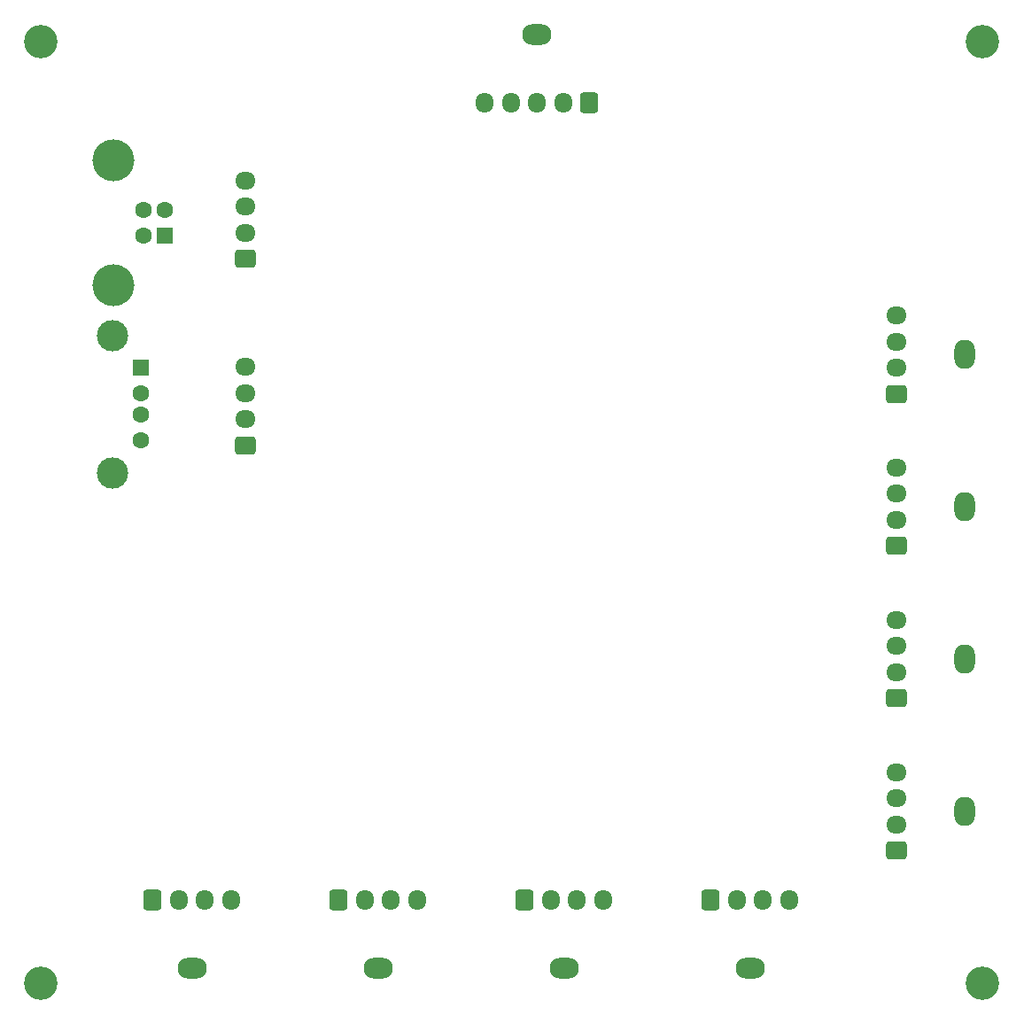
<source format=gbs>
%TF.GenerationSoftware,KiCad,Pcbnew,7.0.7*%
%TF.CreationDate,2024-02-18T11:13:52+09:00*%
%TF.ProjectId,ALTAIR_MDD_V1-backups,414c5441-4952-45f4-9d44-445f56312d62,rev?*%
%TF.SameCoordinates,Original*%
%TF.FileFunction,Soldermask,Bot*%
%TF.FilePolarity,Negative*%
%FSLAX46Y46*%
G04 Gerber Fmt 4.6, Leading zero omitted, Abs format (unit mm)*
G04 Created by KiCad (PCBNEW 7.0.7) date 2024-02-18 11:13:52*
%MOMM*%
%LPD*%
G01*
G04 APERTURE LIST*
G04 Aperture macros list*
%AMRoundRect*
0 Rectangle with rounded corners*
0 $1 Rounding radius*
0 $2 $3 $4 $5 $6 $7 $8 $9 X,Y pos of 4 corners*
0 Add a 4 corners polygon primitive as box body*
4,1,4,$2,$3,$4,$5,$6,$7,$8,$9,$2,$3,0*
0 Add four circle primitives for the rounded corners*
1,1,$1+$1,$2,$3*
1,1,$1+$1,$4,$5*
1,1,$1+$1,$6,$7*
1,1,$1+$1,$8,$9*
0 Add four rect primitives between the rounded corners*
20,1,$1+$1,$2,$3,$4,$5,0*
20,1,$1+$1,$4,$5,$6,$7,0*
20,1,$1+$1,$6,$7,$8,$9,0*
20,1,$1+$1,$8,$9,$2,$3,0*%
G04 Aperture macros list end*
%ADD10O,2.000000X2.800000*%
%ADD11RoundRect,0.250000X0.725000X-0.600000X0.725000X0.600000X-0.725000X0.600000X-0.725000X-0.600000X0*%
%ADD12O,1.950000X1.700000*%
%ADD13O,2.800000X2.000000*%
%ADD14RoundRect,0.250000X-0.600000X-0.725000X0.600000X-0.725000X0.600000X0.725000X-0.600000X0.725000X0*%
%ADD15O,1.700000X1.950000*%
%ADD16R,1.500000X1.600000*%
%ADD17C,1.600000*%
%ADD18C,3.000000*%
%ADD19C,3.200000*%
%ADD20R,1.600000X1.600000*%
%ADD21C,4.000000*%
%ADD22RoundRect,0.250000X0.600000X0.725000X-0.600000X0.725000X-0.600000X-0.725000X0.600000X-0.725000X0*%
G04 APERTURE END LIST*
D10*
%TO.C,J4*%
X198270000Y-79950000D03*
D11*
X191770000Y-83700000D03*
D12*
X191770000Y-81200000D03*
X191770000Y-78700000D03*
X191770000Y-76200000D03*
%TD*%
D10*
%TO.C,J3*%
X198270000Y-94500000D03*
D11*
X191770000Y-98250000D03*
D12*
X191770000Y-95750000D03*
X191770000Y-93250000D03*
X191770000Y-90750000D03*
%TD*%
D10*
%TO.C,J2*%
X198270000Y-109050000D03*
D11*
X191770000Y-112800000D03*
D12*
X191770000Y-110300000D03*
X191770000Y-107800000D03*
X191770000Y-105300000D03*
%TD*%
D10*
%TO.C,J1*%
X198270000Y-123600000D03*
D11*
X191770000Y-127350000D03*
D12*
X191770000Y-124850000D03*
X191770000Y-122350000D03*
X191770000Y-119850000D03*
%TD*%
D13*
%TO.C,J5*%
X124400000Y-138580000D03*
D14*
X120650000Y-132080000D03*
D15*
X123150000Y-132080000D03*
X125650000Y-132080000D03*
X128150000Y-132080000D03*
%TD*%
D16*
%TO.C,J11*%
X119550000Y-81175000D03*
D17*
X119550000Y-83675000D03*
X119550000Y-85675000D03*
X119550000Y-88175000D03*
D18*
X116840000Y-78105000D03*
X116840000Y-91245000D03*
%TD*%
D11*
%TO.C,J14*%
X129540000Y-70805000D03*
D12*
X129540000Y-68305000D03*
X129540000Y-65805000D03*
X129540000Y-63305000D03*
%TD*%
D19*
%TO.C,REF\u002A\u002A*%
X200000000Y-50000000D03*
%TD*%
D13*
%TO.C,J8*%
X177740000Y-138580000D03*
D14*
X173990000Y-132080000D03*
D15*
X176490000Y-132080000D03*
X178990000Y-132080000D03*
X181490000Y-132080000D03*
%TD*%
D20*
%TO.C,J12*%
X121787500Y-68595000D03*
D17*
X121787500Y-66095000D03*
X119787500Y-66095000D03*
X119787500Y-68595000D03*
D21*
X116927500Y-73345000D03*
X116927500Y-61345000D03*
%TD*%
D13*
%TO.C,J10*%
X157400000Y-49380000D03*
D22*
X162400000Y-55880000D03*
D15*
X159900000Y-55880000D03*
X157400000Y-55880000D03*
X154900000Y-55880000D03*
X152400000Y-55880000D03*
%TD*%
D11*
%TO.C,J13*%
X129540000Y-88645000D03*
D12*
X129540000Y-86145000D03*
X129540000Y-83645000D03*
X129540000Y-81145000D03*
%TD*%
D19*
%TO.C,REF\u002A\u002A*%
X200000000Y-140000000D03*
%TD*%
%TO.C,REF\u002A\u002A*%
X110000000Y-50000000D03*
%TD*%
D13*
%TO.C,J6*%
X142180000Y-138580000D03*
D14*
X138430000Y-132080000D03*
D15*
X140930000Y-132080000D03*
X143430000Y-132080000D03*
X145930000Y-132080000D03*
%TD*%
D13*
%TO.C,J7*%
X159960000Y-138580000D03*
D14*
X156210000Y-132080000D03*
D15*
X158710000Y-132080000D03*
X161210000Y-132080000D03*
X163710000Y-132080000D03*
%TD*%
D19*
%TO.C,REF\u002A\u002A*%
X110000000Y-140000000D03*
%TD*%
M02*

</source>
